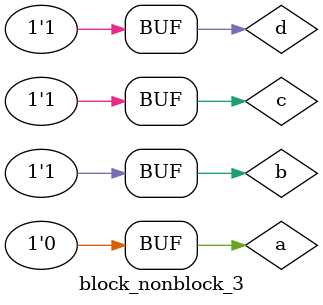
<source format=sv>
module block_nonblock_3;
  logic  a, b, c, d;

  initial begin
    // Monitor the values of a, b, c, and d
    $monitor("Time=%0t: a=%0d, b=%0d, c=%0d, d=%0d", $time, a, b, c, d);
	$dumpfile("dump.vcd"); $dumpvars;
    // Initial values
    a = 0; b = 0; c = 0; d = 0;
	#1;
    // First change: mix of blocking and non-blocking
    a = 1; // Blocking
    b <= a; // Non-blocking
    c = b; // Blocking
    d <= c; // Non-blocking
    #1; // Wait for one time unit

    // Second change: different pattern
    a <= 0; // Non-blocking
    b = a; // Blocking
    c <= b; // Non-blocking
    d = c; // Blocking
    #1; // Wait for one time unit

    // Third change: different pattern
    a = 1; // Blocking
    b <= a; // Non-blocking
    c = b; // Blocking
    d <= c; // Non-blocking
    #1; // Wait for one time unit

    // Fourth change: different pattern
    a <= 0; // Non-blocking
    b = a; // Blocking
    c <= b; // Non-blocking
    d = c; // Blocking
    #1; // Wait for one time unit
  end
endmodule
</source>
